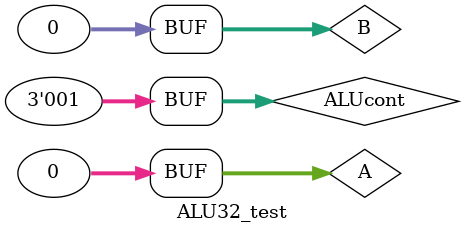
<source format=v>
`timescale 1ns / 1ps


module ALU32_test(
    );
    reg [2:0] ALUcont;
    reg [31:0] A,B;
    wire [31:0] result;
    wire zero;
    ALU32 alu(ALUcont,A,B,zero,result); 
    initial
    begin
    //add
        ALUcont=3'b010;
        A=32'h00000000;
        B=32'h00000000;
    #20 A=32'h00000000;
        B=32'hffffffff;
    #20 A=32'h00000001;
        B=32'hffffffff;
    #20 A=32'h000000ff;
        B=32'h00000001;
    //sub
    #20 ALUcont=3'b110;
        A=32'h00000000;
        B=32'h00000000;
    #20 A=32'h00000000;
        B=32'hffffffff;
    #20 A=32'h00000001;
        B=32'h00000001;
    #20 A=32'h00000100;
        B=32'h00000001;
    //slt
    #20 ALUcont=3'b111;
        A=32'h00000000;
        B=32'h00000000;
    #20 A=32'h00000000;
        B=32'h00000001;
    #20 A=32'h00000000;
        B=32'hffffffff;
    #20 A=32'h00000001;
        B=32'h00000000;
    #20 A=32'hffffffff;
        B=32'h00000000;
    //and
    #20 ALUcont=3'b000;
        A=32'hffffffff;
        B=32'hffffffff;
    #20 A=32'hffffffff;
        B=32'h12345678;
    #20 A=32'h12345678;
        B=32'h87654321;
    #20 A=32'h00000000;
        B=32'hffffffff;
    //or
    #20 ALUcont=3'b001;
        A=32'hffffffff;
        B=32'hffffffff;
    #20 A=32'h12345678;
        B=32'h87654321;
    #20 A=32'h00000000;
        B=32'hffffffff;
    #20 A=32'h00000000;
        B=32'h00000000;
    end
endmodule

</source>
